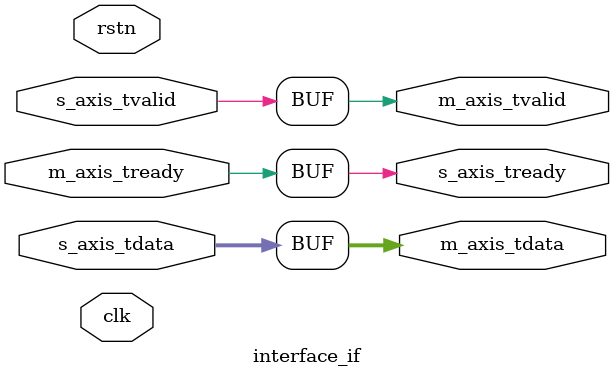
<source format=v>
`timescale 1ns / 1ps

module interface_if #
(
    // Parameters of Axi Master Bus Interface M00_AXIS
    parameter integer C_M_AXIS_TDATA_WIDTH    = 32,
    // Parameters of Axi Slave Bus Interface S00_AXIS
    parameter integer C_S_AXIS_TDATA_WIDTH    = 32
)
(
    //gobal
     input wire clk,
     input wire rstn,
    // Ports of Axi Master Bus Interface M_AXIS
    output wire  m_axis_tvalid,
    output wire [C_M_AXIS_TDATA_WIDTH-1 : 0] m_axis_tdata,
    input wire  m_axis_tready,
    // Ports of Axi Slave Bus Interface S_AXIS,
    output wire  s_axis_tready,
    input wire [C_S_AXIS_TDATA_WIDTH-1 : 0] s_axis_tdata,
    input wire  s_axis_tvalid
);

assign  m_axis_tvalid = s_axis_tvalid;
assign  s_axis_tready = m_axis_tready;
assign  m_axis_tdata = s_axis_tdata;





endmodule

</source>
